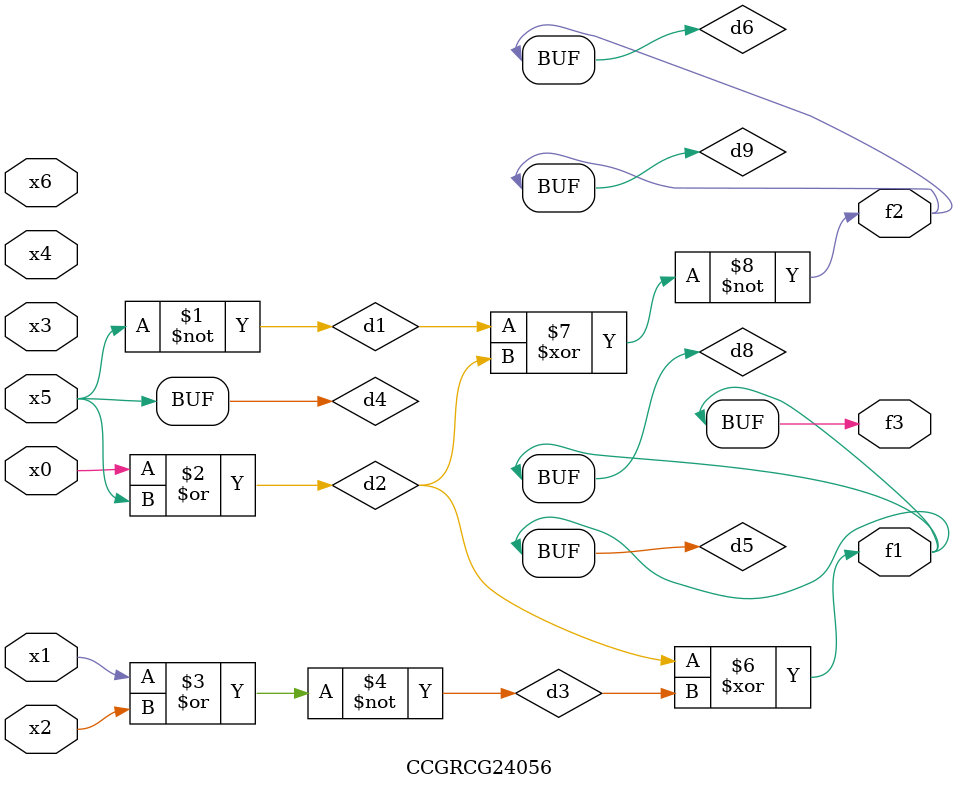
<source format=v>
module CCGRCG24056(
	input x0, x1, x2, x3, x4, x5, x6,
	output f1, f2, f3
);

	wire d1, d2, d3, d4, d5, d6, d7, d8, d9;

	nand (d1, x5);
	or (d2, x0, x5);
	nor (d3, x1, x2);
	xnor (d4, d1);
	xor (d5, d2, d3);
	xnor (d6, d1, d2);
	not (d7, x4);
	buf (d8, d5);
	xor (d9, d6);
	assign f1 = d8;
	assign f2 = d9;
	assign f3 = d8;
endmodule

</source>
